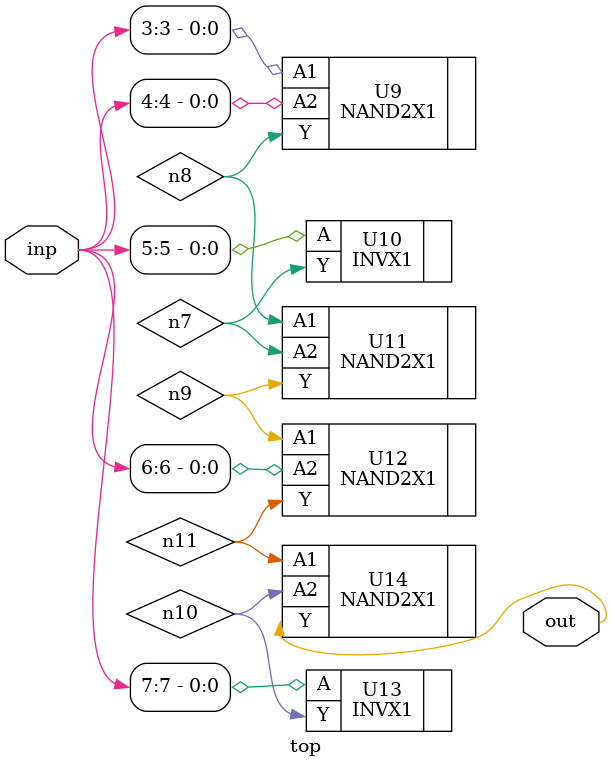
<source format=sv>


module top ( inp, out );
  input [7:0] inp;
  output out;
  wire   n7, n8, n9, n10, n11;

  NAND2X1 U9 ( .A1(inp[3]), .A2(inp[4]), .Y(n8) );
  INVX1 U10 ( .A(inp[5]), .Y(n7) );
  NAND2X1 U11 ( .A1(n8), .A2(n7), .Y(n9) );
  NAND2X1 U12 ( .A1(n9), .A2(inp[6]), .Y(n11) );
  INVX1 U13 ( .A(inp[7]), .Y(n10) );
  NAND2X1 U14 ( .A1(n11), .A2(n10), .Y(out) );
endmodule


</source>
